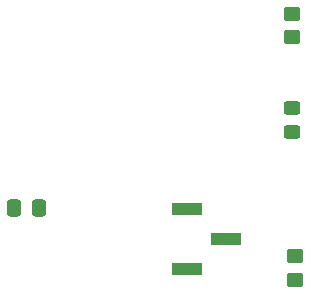
<source format=gbr>
%TF.GenerationSoftware,KiCad,Pcbnew,8.0.8*%
%TF.CreationDate,2025-02-21T00:42:49-08:00*%
%TF.ProjectId,jazmyn_hwsw,6a617a6d-796e-45f6-9877-73772e6b6963,rev?*%
%TF.SameCoordinates,Original*%
%TF.FileFunction,Paste,Top*%
%TF.FilePolarity,Positive*%
%FSLAX46Y46*%
G04 Gerber Fmt 4.6, Leading zero omitted, Abs format (unit mm)*
G04 Created by KiCad (PCBNEW 8.0.8) date 2025-02-21 00:42:49*
%MOMM*%
%LPD*%
G01*
G04 APERTURE LIST*
G04 Aperture macros list*
%AMRoundRect*
0 Rectangle with rounded corners*
0 $1 Rounding radius*
0 $2 $3 $4 $5 $6 $7 $8 $9 X,Y pos of 4 corners*
0 Add a 4 corners polygon primitive as box body*
4,1,4,$2,$3,$4,$5,$6,$7,$8,$9,$2,$3,0*
0 Add four circle primitives for the rounded corners*
1,1,$1+$1,$2,$3*
1,1,$1+$1,$4,$5*
1,1,$1+$1,$6,$7*
1,1,$1+$1,$8,$9*
0 Add four rect primitives between the rounded corners*
20,1,$1+$1,$2,$3,$4,$5,0*
20,1,$1+$1,$4,$5,$6,$7,0*
20,1,$1+$1,$6,$7,$8,$9,0*
20,1,$1+$1,$8,$9,$2,$3,0*%
G04 Aperture macros list end*
%ADD10RoundRect,0.250000X0.450000X-0.325000X0.450000X0.325000X-0.450000X0.325000X-0.450000X-0.325000X0*%
%ADD11RoundRect,0.250000X-0.337500X-0.475000X0.337500X-0.475000X0.337500X0.475000X-0.337500X0.475000X0*%
%ADD12RoundRect,0.250000X-0.450000X0.350000X-0.450000X-0.350000X0.450000X-0.350000X0.450000X0.350000X0*%
%ADD13R,2.510000X1.000000*%
G04 APERTURE END LIST*
D10*
%TO.C,D1*%
X120500000Y-74025000D03*
X120500000Y-71975000D03*
%TD*%
D11*
%TO.C,C1*%
X96962500Y-80500000D03*
X99037500Y-80500000D03*
%TD*%
D12*
%TO.C,R1*%
X120500000Y-64000000D03*
X120500000Y-66000000D03*
%TD*%
D13*
%TO.C,J1*%
X111575000Y-85590000D03*
X114885000Y-83050000D03*
X111575000Y-80510000D03*
%TD*%
D12*
%TO.C,R2*%
X120730000Y-84550000D03*
X120730000Y-86550000D03*
%TD*%
M02*

</source>
